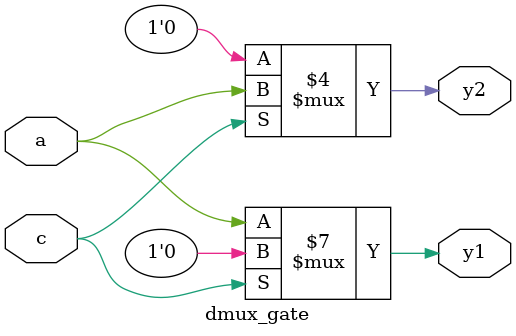
<source format=v>
module dmux_gate(
    input wire a,
    input wire c,
    output reg y1,
    output reg y2
);

always @(*) begin
    if (c == 0) begin
        y1 = a;
        y2 = 0;
    end
    else begin
        y2 = a;
        y1 = 0;
    end
end

endmodule
</source>
